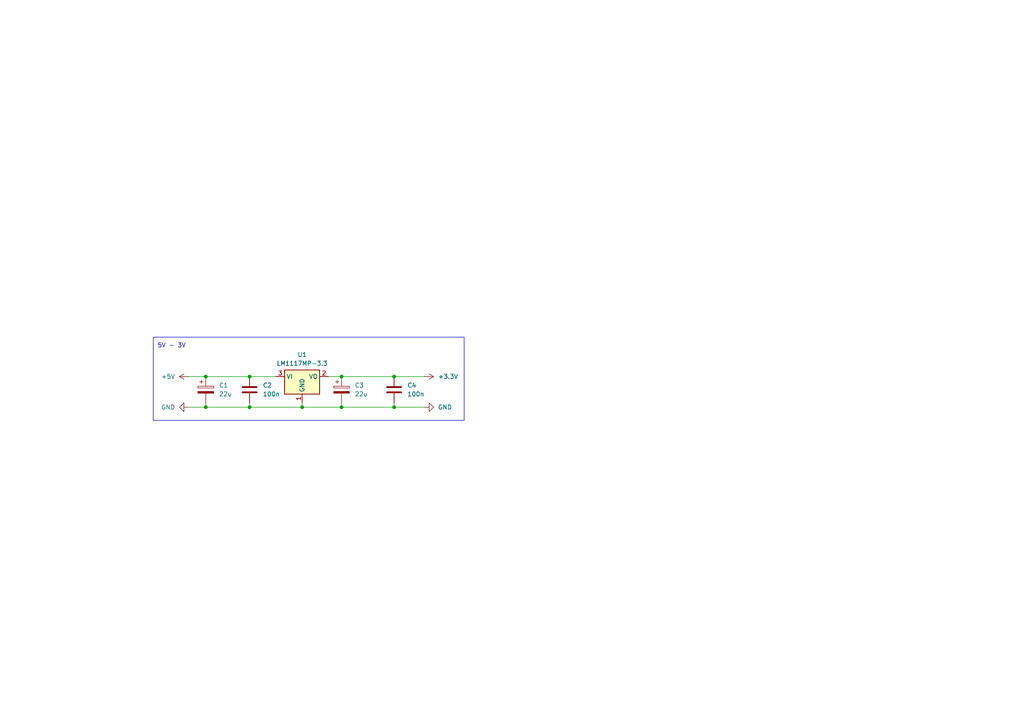
<source format=kicad_sch>
(kicad_sch (version 20250114) (generator "eeschema") (generator_version "9.0")
  (paper "A4")
  (lib_symbols
    (symbol "Device:C" (pin_numbers (hide yes)) (pin_names (offset 0.254))
      (property "Reference" "C" (at 0.635 2.54 0))
      (property "Value" "C" (at 0.635 -2.54 0))
      (symbol "C_0_1"
        (polyline (pts (xy -2.032 0.762) (xy 2.032 0.762)) (stroke (width 0.508)))
        (polyline (pts (xy -2.032 -0.762) (xy 2.032 -0.762)) (stroke (width 0.508)))
      )
      (symbol "C_1_1"
        (pin passive line (at 0 3.81 270) (length 2.794) (name "~") (number "1"))
        (pin passive line (at 0 -3.81 90) (length 2.794) (name "~") (number "2"))
      )
    )
    (symbol "Device:C_Polarized" (pin_numbers (hide yes)) (pin_names (offset 0.254))
      (property "Reference" "C" (at 0.635 2.54 0))
      (property "Value" "C_Polarized" (at 0.635 -2.54 0))
      (symbol "C_Polarized_0_1"
        (rectangle (start -2.286 0.508) (end 2.286 1.016))
        (polyline (pts (xy -1.778 2.286) (xy -0.762 2.286)))
        (polyline (pts (xy -1.27 2.794) (xy -1.27 1.778)))
        (rectangle (start 2.286 -0.508) (end -2.286 -1.016) (fill (type outline)))
      )
      (symbol "C_Polarized_1_1"
        (pin passive line (at 0 3.81 270) (length 2.794) (name "~") (number "1"))
        (pin passive line (at 0 -3.81 90) (length 2.794) (name "~") (number "2"))
      )
    )
    (symbol "Regulator_Linear:LM1117MP-3.3"
      (property "Reference" "U" (at -3.81 3.175 0))
      (property "Value" "LM1117MP-3.3" (at 0 3.175 0))
      (symbol "LM1117MP-3.3_0_1"
        (rectangle (start -5.08 -5.08) (end 5.08 1.905) (stroke (width 0.254)) (fill (type background)))
      )
      (symbol "LM1117MP-3.3_1_1"
        (pin power_in line (at -7.62 0 0) (length 2.54) (name "VI") (number "3"))
        (pin power_in line (at 0 -7.62 90) (length 2.54) (name "GND") (number "1"))
        (pin power_out line (at 7.62 0 180) (length 2.54) (name "VO") (number "2"))
      )
    )
    (symbol "power:+3.3V" (power) (pin_numbers (hide yes)) (pin_names (offset 0) (hide yes))
      (property "Value" "+3.3V" (at 0 3.556 0))
      (symbol "+3.3V_0_1"
        (polyline (pts (xy -0.762 1.27) (xy 0 2.54)))
        (polyline (pts (xy 0 2.54) (xy 0.762 1.27)))
        (polyline (pts (xy 0 0) (xy 0 2.54)))
      )
      (symbol "+3.3V_1_1"
        (pin power_in line (at 0 0 90) (length 0) (name "~") (number "1"))
      )
    )
    (symbol "power:+5V" (power) (pin_numbers (hide yes)) (pin_names (offset 0) (hide yes))
      (property "Value" "+5V" (at 0 3.556 0))
      (symbol "+5V_0_1"
        (polyline (pts (xy -0.762 1.27) (xy 0 2.54)))
        (polyline (pts (xy 0 2.54) (xy 0.762 1.27)))
        (polyline (pts (xy 0 0) (xy 0 2.54)))
      )
      (symbol "+5V_1_1"
        (pin power_in line (at 0 0 90) (length 0) (name "~") (number "1"))
      )
    )
    (symbol "power:GND" (power) (pin_numbers (hide yes)) (pin_names (offset 0) (hide yes))
      (property "Value" "GND" (at 0 -3.81 0))
      (symbol "GND_0_1"
        (polyline (pts (xy 0 0) (xy 0 -1.27) (xy 1.27 -1.27) (xy 0 -2.54) (xy -1.27 -1.27) (xy 0 -1.27)))
      )
      (symbol "GND_1_1"
        (pin power_in line (at 0 0 270) (length 0) (name "~") (number "1"))
      )
    )
  )
  (rectangle (start 44.45 97.79) (end 134.62 121.92))
  (text "5V - 3V" (at 49.784 100.33 0) (effects (font (size 1.27 1.27))))
  (junction (at 114.3 109.22))
  (junction (at 87.63 118.11))
  (junction (at 59.69 109.22))
  (junction (at 72.39 109.22))
  (junction (at 99.06 109.22))
  (junction (at 99.06 118.11))
  (junction (at 72.39 118.11))
  (junction (at 114.3 118.11))
  (junction (at 59.69 118.11))
  (wire (pts (xy 87.63 118.11) (xy 87.63 116.84)))
  (wire (pts (xy 99.06 118.11) (xy 114.3 118.11)))
  (wire (pts (xy 114.3 118.11) (xy 114.3 116.84)))
  (wire (pts (xy 59.69 118.11) (xy 59.69 116.84)))
  (wire (pts (xy 95.25 109.22) (xy 99.06 109.22)))
  (wire (pts (xy 72.39 109.22) (xy 80.01 109.22)))
  (wire (pts (xy 99.06 109.22) (xy 114.3 109.22)))
  (wire (pts (xy 72.39 118.11) (xy 87.63 118.11)))
  (wire (pts (xy 54.61 109.22) (xy 59.69 109.22)))
  (wire (pts (xy 59.69 109.22) (xy 72.39 109.22)))
  (wire (pts (xy 114.3 109.22) (xy 123.19 109.22)))
  (wire (pts (xy 59.69 118.11) (xy 72.39 118.11)))
  (wire (pts (xy 54.61 118.11) (xy 59.69 118.11)))
  (wire (pts (xy 99.06 118.11) (xy 99.06 116.84)))
  (wire (pts (xy 114.3 118.11) (xy 123.19 118.11)))
  (wire (pts (xy 72.39 118.11) (xy 72.39 116.84)))
  (wire (pts (xy 87.63 118.11) (xy 99.06 118.11)))
  (symbol (lib_id "Device:C") (at 114.3 113.03 0) (unit 1)
    (property "Reference" "C4" (at 118.11 111.7599 0) (effects (justify left)))
    (property "Value" "100n" (at 118.11 114.2999 0) (effects (justify left)))
    (property "Description" "Unpolarized capacitor" (effects (hide yes)))
  )
  (symbol (lib_id "power:GND") (at 54.61 118.11 270) (unit 1)
    (property "Reference" "#PWR02" (effects (hide yes)))
    (property "Value" "GND" (at 50.8 118.1099 90) (effects (justify right)))
    (property "Description" "Power symbol creates a global label with name \"GND\" , ground" (effects (hide yes)))
  )
  (symbol (lib_id "Device:C") (at 72.39 113.03 0) (unit 1)
    (property "Reference" "C2" (at 76.2 111.7599 0) (effects (justify left)))
    (property "Value" "100n" (at 76.2 114.2999 0) (effects (justify left)))
    (property "Description" "Unpolarized capacitor" (effects (hide yes)))
  )
  (symbol (lib_id "power:+3.3V") (at 123.19 109.22 270) (unit 1)
    (property "Reference" "#PWR07" (effects (hide yes)))
    (property "Value" "+3.3V" (at 127 109.2199 90) (effects (justify left)))
    (property "Description" "Power symbol creates a global label with name \"+3.3V\"" (effects (hide yes)))
  )
  (symbol (lib_id "Regulator_Linear:LM1117MP-3.3") (at 87.63 109.22 0) (unit 1)
    (property "Reference" "U1" (at 87.63 102.87 0))
    (property "Value" "LM1117MP-3.3" (at 87.63 105.41 0))
    (property "Footprint" "Package_TO_SOT_SMD:SOT-223-3_TabPin2" (effects (hide yes)))
    (property "Datasheet" "http://www.ti.com/lit/ds/symlink/lm1117.pdf" (effects (hide yes)))
    (property "Description" "800mA Low-Dropout Linear Regulator, 3.3V fixed output, SOT-223" (effects (hide yes)))
  )
  (symbol (lib_id "Device:C_Polarized") (at 99.06 113.03 0) (unit 1)
    (property "Reference" "C3" (at 102.87 111.76 0) (effects (justify left)))
    (property "Value" "22u" (at 102.87 114.3 0) (effects (justify left)))
    (property "Description" "Polarized capacitor" (effects (hide yes)))
  )
  (symbol (lib_id "power:GND") (at 123.19 118.11 90) (unit 1)
    (property "Reference" "#PWR08" (effects (hide yes)))
    (property "Value" "GND" (at 127 118.1099 90) (effects (justify right)))
    (property "Description" "Power symbol creates a global label with name \"GND\" , ground" (effects (hide yes)))
  )
  (symbol (lib_id "Device:C_Polarized") (at 59.69 113.03 0) (unit 1)
    (property "Reference" "C1" (at 63.5 111.76 0) (effects (justify left)))
    (property "Value" "22u" (at 63.5 114.3 0) (effects (justify left)))
    (property "Description" "Polarized capacitor" (effects (hide yes)))
  )
  (symbol (lib_id "power:+5V") (at 54.61 109.22 90) (unit 1)
    (property "Reference" "#PWR01" (effects (hide yes)))
    (property "Value" "+5V" (at 50.8 109.2199 90) (effects (justify left)))
    (property "Description" "Power symbol creates a global label with name \"+5V\"" (effects (hide yes)))
  )
)
</source>
